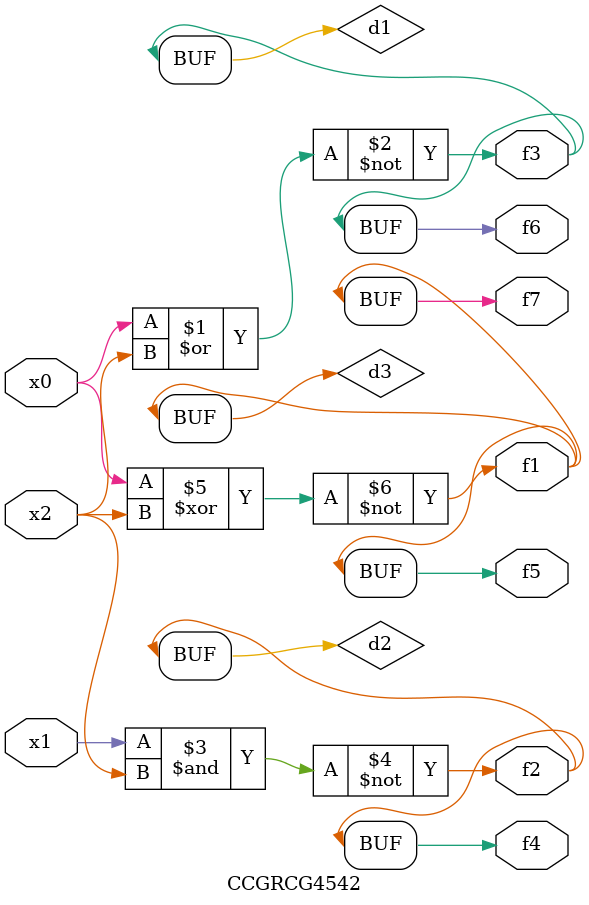
<source format=v>
module CCGRCG4542(
	input x0, x1, x2,
	output f1, f2, f3, f4, f5, f6, f7
);

	wire d1, d2, d3;

	nor (d1, x0, x2);
	nand (d2, x1, x2);
	xnor (d3, x0, x2);
	assign f1 = d3;
	assign f2 = d2;
	assign f3 = d1;
	assign f4 = d2;
	assign f5 = d3;
	assign f6 = d1;
	assign f7 = d3;
endmodule

</source>
